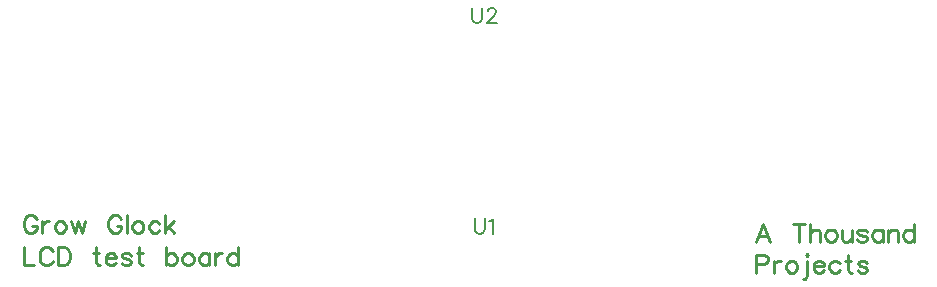
<source format=gbr>
G04 DipTrace 3.3.1.1*
G04 TopSilk.gbr*
%MOIN*%
G04 #@! TF.FileFunction,Legend,Top*
G04 #@! TF.Part,Single*
%ADD23C,0.00772*%
%ADD24C,0.009264*%
%FSLAX26Y26*%
G04*
G70*
G90*
G75*
G01*
G04 TopSilk*
%LPD*%
X2020521Y855802D2*
D23*
Y819932D1*
X2022898Y812747D1*
X2027706Y807994D1*
X2034891Y805562D1*
X2039644D1*
X2046830Y807994D1*
X2051638Y812747D1*
X2054015Y819932D1*
Y855802D1*
X2069454Y846185D2*
X2074262Y848617D1*
X2081447Y855747D1*
Y805562D1*
X2012182Y1557869D2*
Y1521999D1*
X2014559Y1514814D1*
X2019367Y1510061D1*
X2026552Y1507629D1*
X2031305D1*
X2038490Y1510061D1*
X2043299Y1514814D1*
X2045675Y1521999D1*
Y1557869D1*
X2063546Y1545875D2*
Y1548252D1*
X2065923Y1553060D1*
X2068300Y1555437D1*
X2073108Y1557813D1*
X2082670D1*
X2087423Y1555437D1*
X2089800Y1553060D1*
X2092231Y1548252D1*
Y1543499D1*
X2089800Y1538690D1*
X2085046Y1531560D1*
X2061115Y1507629D1*
X2094608D1*
X3004276Y778671D2*
D24*
X2981262Y838959D1*
X2958314Y778671D1*
X2966936Y798767D2*
X2995654D1*
X3101221Y838959D2*
Y778671D1*
X3081125Y838959D2*
X3121317D1*
X3139844D2*
Y778671D1*
Y807389D2*
X3148466Y816011D1*
X3154236Y818863D1*
X3162858D1*
X3168562Y816011D1*
X3171414Y807389D1*
Y778671D1*
X3204267Y818863D2*
X3198563Y816011D1*
X3192793Y810241D1*
X3189941Y801619D1*
Y795915D1*
X3192793Y787293D1*
X3198563Y781590D1*
X3204267Y778671D1*
X3212889D1*
X3218659Y781590D1*
X3224363Y787293D1*
X3227281Y795915D1*
Y801619D1*
X3224363Y810241D1*
X3218659Y816011D1*
X3212889Y818863D1*
X3204267D1*
X3245808D2*
Y790145D1*
X3248660Y781590D1*
X3254430Y778671D1*
X3263052D1*
X3268756Y781590D1*
X3277378Y790145D1*
Y818863D2*
Y778671D1*
X3327475Y810241D2*
X3324623Y816011D1*
X3316001Y818863D1*
X3307379D1*
X3298757Y816011D1*
X3295905Y810241D1*
X3298757Y804537D1*
X3304527Y801619D1*
X3318853Y798767D1*
X3324623Y795915D1*
X3327475Y790145D1*
Y787293D1*
X3324623Y781590D1*
X3316001Y778671D1*
X3307379D1*
X3298757Y781590D1*
X3295905Y787293D1*
X3380424Y818863D2*
Y778671D1*
Y810241D2*
X3374720Y816011D1*
X3368950Y818863D1*
X3360394D1*
X3354624Y816011D1*
X3348920Y810241D1*
X3346002Y801619D1*
Y795915D1*
X3348920Y787293D1*
X3354624Y781590D1*
X3360394Y778671D1*
X3368950D1*
X3374720Y781590D1*
X3380424Y787293D1*
X3398951Y818863D2*
Y778671D1*
Y807389D2*
X3407573Y816011D1*
X3413343Y818863D1*
X3421899D1*
X3427669Y816011D1*
X3430521Y807389D1*
Y778671D1*
X3483470Y838959D2*
Y778671D1*
Y810241D2*
X3477766Y816011D1*
X3471996Y818863D1*
X3463374D1*
X3457670Y816011D1*
X3451900Y810241D1*
X3449048Y801619D1*
Y795915D1*
X3451900Y787293D1*
X3457670Y781590D1*
X3463374Y778671D1*
X3471996D1*
X3477766Y781590D1*
X3483470Y787293D1*
X2958314Y703649D2*
X2984180D1*
X2992736Y706501D1*
X2995654Y709419D1*
X2998506Y715123D1*
Y723745D1*
X2995654Y729449D1*
X2992736Y732367D1*
X2984180Y735219D1*
X2958314D1*
Y674931D1*
X3017033Y715123D2*
Y674931D1*
Y697879D2*
X3019952Y706501D1*
X3025655Y712271D1*
X3031425Y715123D1*
X3040048D1*
X3072900D2*
X3067197Y712271D1*
X3061427Y706501D1*
X3058575Y697879D1*
Y692175D1*
X3061427Y683553D1*
X3067197Y677849D1*
X3072900Y674931D1*
X3081523D1*
X3087293Y677849D1*
X3092996Y683553D1*
X3095915Y692175D1*
Y697879D1*
X3092996Y706501D1*
X3087293Y712271D1*
X3081523Y715123D1*
X3072900D1*
X3125916Y735285D2*
X3128834Y732434D1*
X3131686Y735285D1*
X3128834Y738137D1*
X3125916Y735285D1*
X3128834Y715189D2*
Y666375D1*
X3125916Y657753D1*
X3120212Y654901D1*
X3114442D1*
X3150213Y697879D2*
X3184635D1*
Y703649D1*
X3181783Y709419D1*
X3178931Y712271D1*
X3173161Y715123D1*
X3164539D1*
X3158835Y712271D1*
X3153065Y706501D1*
X3150213Y697879D1*
Y692175D1*
X3153065Y683553D1*
X3158835Y677849D1*
X3164539Y674931D1*
X3173161D1*
X3178931Y677849D1*
X3184635Y683553D1*
X3237650Y706501D2*
X3231880Y712271D1*
X3226110Y715123D1*
X3217554D1*
X3211784Y712271D1*
X3206080Y706501D1*
X3203162Y697879D1*
Y692175D1*
X3206080Y683553D1*
X3211784Y677849D1*
X3217554Y674931D1*
X3226110D1*
X3231880Y677849D1*
X3237650Y683553D1*
X3264799Y735219D2*
Y686405D1*
X3267651Y677849D1*
X3273421Y674931D1*
X3279125D1*
X3256177Y715123D2*
X3276273D1*
X3329222Y706501D2*
X3326370Y712271D1*
X3317748Y715123D1*
X3309126D1*
X3300504Y712271D1*
X3297652Y706501D1*
X3300504Y700797D1*
X3306274Y697879D1*
X3320600Y695027D1*
X3326370Y692175D1*
X3329222Y686405D1*
Y683553D1*
X3326370Y677849D1*
X3317748Y674931D1*
X3309126D1*
X3300504Y677849D1*
X3297652Y683553D1*
X560413Y853374D2*
X557561Y859077D1*
X551791Y864848D1*
X546087Y867699D1*
X534613D1*
X528843Y864848D1*
X523139Y859077D1*
X520221Y853374D1*
X517369Y844752D1*
Y830359D1*
X520221Y821804D1*
X523139Y816033D1*
X528843Y810330D1*
X534613Y807411D1*
X546087D1*
X551791Y810330D1*
X557561Y816033D1*
X560413Y821804D1*
Y830359D1*
X546087D1*
X578940Y847603D2*
Y807411D1*
Y830359D2*
X581859Y838981D1*
X587562Y844752D1*
X593333Y847603D1*
X601955D1*
X634808D2*
X629104Y844752D1*
X623334Y838981D1*
X620482Y830359D1*
Y824656D1*
X623334Y816033D1*
X629104Y810330D1*
X634808Y807411D1*
X643430D1*
X649200Y810330D1*
X654904Y816033D1*
X657822Y824656D1*
Y830359D1*
X654904Y838981D1*
X649200Y844752D1*
X643430Y847603D1*
X634808D1*
X676349D2*
X687823Y807411D1*
X699297Y847603D1*
X710771Y807411D1*
X722245Y847603D1*
X842137Y853374D2*
X839285Y859077D1*
X833515Y864848D1*
X827811Y867699D1*
X816337D1*
X810567Y864848D1*
X804863Y859077D1*
X801945Y853374D1*
X799093Y844752D1*
Y830359D1*
X801945Y821804D1*
X804863Y816033D1*
X810567Y810330D1*
X816337Y807411D1*
X827811D1*
X833515Y810330D1*
X839285Y816033D1*
X842137Y821804D1*
Y830359D1*
X827811D1*
X860664Y867699D2*
Y807411D1*
X893517Y847603D2*
X887813Y844752D1*
X882043Y838981D1*
X879191Y830359D1*
Y824656D1*
X882043Y816033D1*
X887813Y810330D1*
X893517Y807411D1*
X902139D1*
X907909Y810330D1*
X913613Y816033D1*
X916531Y824656D1*
Y830359D1*
X913613Y838981D1*
X907909Y844752D1*
X902139Y847603D1*
X893517D1*
X969546Y838981D2*
X963776Y844752D1*
X958006Y847603D1*
X949450D1*
X943680Y844752D1*
X937976Y838981D1*
X935058Y830359D1*
Y824656D1*
X937976Y816033D1*
X943680Y810330D1*
X949450Y807411D1*
X958006D1*
X963776Y810330D1*
X969546Y816033D1*
X988073Y867699D2*
Y807411D1*
X1016792Y847603D2*
X988073Y818885D1*
X999547Y830359D2*
X1019643Y807411D1*
X517369Y760219D2*
Y699931D1*
X551791D1*
X613362Y745893D2*
X610510Y751597D1*
X604740Y757367D1*
X599036Y760219D1*
X587562D1*
X581792Y757367D1*
X576088Y751597D1*
X573170Y745893D1*
X570318Y737271D1*
Y722879D1*
X573170Y714323D1*
X576088Y708553D1*
X581792Y702849D1*
X587562Y699931D1*
X599036D1*
X604740Y702849D1*
X610510Y708553D1*
X613362Y714323D1*
X631889Y760219D2*
Y699931D1*
X651985D1*
X660607Y702849D1*
X666377Y708553D1*
X669229Y714323D1*
X672081Y722879D1*
Y737271D1*
X669229Y745893D1*
X666377Y751597D1*
X660607Y757367D1*
X651985Y760219D1*
X631889D1*
X757552D2*
Y711405D1*
X760403Y702849D1*
X766174Y699931D1*
X771877D1*
X748930Y740123D2*
X769026D1*
X790405Y722879D2*
X824826D1*
Y728649D1*
X821975Y734419D1*
X819123Y737271D1*
X813352Y740123D1*
X804730D1*
X799027Y737271D1*
X793256Y731501D1*
X790405Y722879D1*
Y717175D1*
X793256Y708553D1*
X799027Y702849D1*
X804730Y699931D1*
X813352D1*
X819123Y702849D1*
X824826Y708553D1*
X874923Y731501D2*
X872072Y737271D1*
X863450Y740123D1*
X854827D1*
X846205Y737271D1*
X843354Y731501D1*
X846205Y725797D1*
X851976Y722879D1*
X866301Y720027D1*
X872072Y717175D1*
X874923Y711405D1*
Y708553D1*
X872072Y702849D1*
X863450Y699931D1*
X854827D1*
X846205Y702849D1*
X843354Y708553D1*
X902073Y760219D2*
Y711405D1*
X904925Y702849D1*
X910695Y699931D1*
X916398D1*
X893451Y740123D2*
X913547D1*
X993247Y760219D2*
Y699931D1*
Y731501D2*
X999017Y737271D1*
X1004721Y740123D1*
X1013343D1*
X1019047Y737271D1*
X1024817Y731501D1*
X1027669Y722879D1*
Y717175D1*
X1024817Y708553D1*
X1019047Y702849D1*
X1013343Y699931D1*
X1004721D1*
X999017Y702849D1*
X993247Y708553D1*
X1060522Y740123D2*
X1054818Y737271D1*
X1049048Y731501D1*
X1046196Y722879D1*
Y717175D1*
X1049048Y708553D1*
X1054818Y702849D1*
X1060522Y699931D1*
X1069144D1*
X1074914Y702849D1*
X1080618Y708553D1*
X1083536Y717175D1*
Y722879D1*
X1080618Y731501D1*
X1074914Y737271D1*
X1069144Y740123D1*
X1060522D1*
X1136485D2*
Y699931D1*
Y731501D2*
X1130781Y737271D1*
X1125011Y740123D1*
X1116455D1*
X1110685Y737271D1*
X1104981Y731501D1*
X1102063Y722879D1*
Y717175D1*
X1104981Y708553D1*
X1110685Y702849D1*
X1116455Y699931D1*
X1125011D1*
X1130781Y702849D1*
X1136485Y708553D1*
X1155012Y740123D2*
Y699931D1*
Y722879D2*
X1157930Y731501D1*
X1163634Y737271D1*
X1169404Y740123D1*
X1178026D1*
X1230975Y760219D2*
Y699931D1*
Y731501D2*
X1225271Y737271D1*
X1219501Y740123D1*
X1210879D1*
X1205175Y737271D1*
X1199405Y731501D1*
X1196553Y722879D1*
Y717175D1*
X1199405Y708553D1*
X1205175Y702849D1*
X1210879Y699931D1*
X1219501D1*
X1225271Y702849D1*
X1230975Y708553D1*
M02*

</source>
